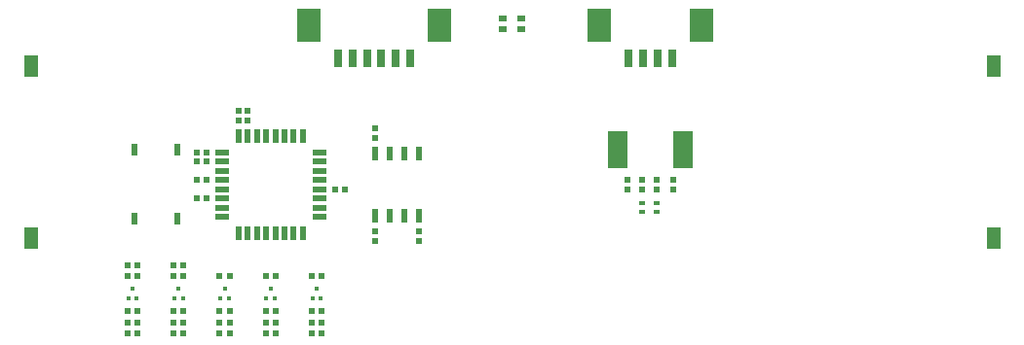
<source format=gtp>
G04*
G04 #@! TF.GenerationSoftware,Altium Limited,Altium Designer,22.1.2 (22)*
G04*
G04 Layer_Color=8421504*
%FSLAX25Y25*%
%MOIN*%
G70*
G04*
G04 #@! TF.SameCoordinates,275DE8A0-DEE6-4034-A094-DBE044462E3A*
G04*
G04*
G04 #@! TF.FilePolarity,Positive*
G04*
G01*
G75*
%ADD14R,0.04724X0.07284*%
%ADD15R,0.02047X0.01850*%
%ADD16R,0.02362X0.04724*%
%ADD17R,0.07047X0.12598*%
%ADD18R,0.02165X0.01181*%
%ADD19R,0.01850X0.02047*%
%ADD20R,0.01575X0.01575*%
%ADD21R,0.01968X0.03937*%
%ADD22R,0.01968X0.04724*%
%ADD23R,0.04724X0.01968*%
%ADD24R,0.07874X0.11811*%
%ADD25R,0.02953X0.05906*%
%ADD26R,0.03150X0.01968*%
D14*
X164567Y-10630D02*
D03*
Y48425D02*
D03*
X-164567Y-10630D02*
D03*
Y48425D02*
D03*
D15*
X-31870Y-11535D02*
D03*
Y-8150D02*
D03*
X-46870Y-11535D02*
D03*
Y-8150D02*
D03*
Y23898D02*
D03*
Y27283D02*
D03*
X-90551Y29803D02*
D03*
Y33189D02*
D03*
X-93701Y29803D02*
D03*
Y33189D02*
D03*
X49500Y6181D02*
D03*
Y9567D02*
D03*
X44500Y6181D02*
D03*
Y9567D02*
D03*
X55000Y6181D02*
D03*
Y9567D02*
D03*
X39500D02*
D03*
Y6181D02*
D03*
D16*
X-31870Y-2756D02*
D03*
X-36870D02*
D03*
X-46870D02*
D03*
X-41870D02*
D03*
X-31870Y18504D02*
D03*
X-36870D02*
D03*
X-46870D02*
D03*
X-41870D02*
D03*
D17*
X58268Y19685D02*
D03*
X36220D02*
D03*
D18*
X44500Y1378D02*
D03*
Y-1378D02*
D03*
X49500Y1378D02*
D03*
Y-1378D02*
D03*
D19*
X-128228Y-19685D02*
D03*
X-131614D02*
D03*
Y-23622D02*
D03*
X-128228D02*
D03*
X-131614Y-35433D02*
D03*
X-128228D02*
D03*
X-131614Y-39370D02*
D03*
X-128228D02*
D03*
X-131614Y-43307D02*
D03*
X-128228D02*
D03*
X-112480Y-19685D02*
D03*
X-115866D02*
D03*
X-115866Y-23622D02*
D03*
X-112480D02*
D03*
X-115866Y-35433D02*
D03*
X-112480D02*
D03*
X-115866Y-39370D02*
D03*
X-112480D02*
D03*
X-112480Y-43307D02*
D03*
X-115866D02*
D03*
X-60748Y6299D02*
D03*
X-57362D02*
D03*
X-104606Y9449D02*
D03*
X-107992D02*
D03*
X-104606Y3150D02*
D03*
X-107992D02*
D03*
X-68622Y-35433D02*
D03*
X-65236D02*
D03*
X-68622Y-39370D02*
D03*
X-65236D02*
D03*
Y-43307D02*
D03*
X-68622D02*
D03*
X-80984D02*
D03*
X-84370D02*
D03*
Y-39370D02*
D03*
X-80984D02*
D03*
X-84370Y-35433D02*
D03*
X-80984D02*
D03*
X-96732Y-43307D02*
D03*
X-100118D02*
D03*
Y-39370D02*
D03*
X-96732D02*
D03*
X-100118Y-35433D02*
D03*
X-96732D02*
D03*
X-80984Y-23622D02*
D03*
X-84370D02*
D03*
X-96732D02*
D03*
X-100118D02*
D03*
X-65236D02*
D03*
X-68622D02*
D03*
X-104606Y15748D02*
D03*
X-107992D02*
D03*
Y18898D02*
D03*
X-104606D02*
D03*
D20*
X-129921Y-27756D02*
D03*
X-128445Y-31299D02*
D03*
X-131398D02*
D03*
X-114173Y-27756D02*
D03*
X-112697Y-31299D02*
D03*
X-115650D02*
D03*
X-66929Y-27756D02*
D03*
X-65453Y-31299D02*
D03*
X-68405D02*
D03*
X-82677Y-27756D02*
D03*
X-81201Y-31299D02*
D03*
X-84153D02*
D03*
X-98425Y-27756D02*
D03*
X-96949Y-31299D02*
D03*
X-99902D02*
D03*
D21*
X-114764Y-3937D02*
D03*
X-129331D02*
D03*
X-114764Y19685D02*
D03*
X-129331D02*
D03*
D22*
X-93701Y24606D02*
D03*
X-90551D02*
D03*
X-87402D02*
D03*
X-84252D02*
D03*
X-81102D02*
D03*
X-77953D02*
D03*
X-74803D02*
D03*
X-71653D02*
D03*
Y-8858D02*
D03*
X-74803D02*
D03*
X-77953D02*
D03*
X-81102D02*
D03*
X-84252D02*
D03*
X-87402D02*
D03*
X-90551D02*
D03*
X-93701D02*
D03*
D23*
X-65945Y18898D02*
D03*
Y15748D02*
D03*
Y12598D02*
D03*
Y9449D02*
D03*
Y6299D02*
D03*
Y3150D02*
D03*
Y0D02*
D03*
Y-3150D02*
D03*
X-99410D02*
D03*
Y0D02*
D03*
Y3150D02*
D03*
Y6299D02*
D03*
Y9449D02*
D03*
Y12598D02*
D03*
Y15748D02*
D03*
Y18898D02*
D03*
D24*
X-24959Y62598D02*
D03*
X-69644D02*
D03*
X29823Y62598D02*
D03*
X64665D02*
D03*
D25*
X-39920Y51181D02*
D03*
X-34998D02*
D03*
X-44841D02*
D03*
X-54684D02*
D03*
X-49762D02*
D03*
X-59605D02*
D03*
X39862Y51181D02*
D03*
X44783D02*
D03*
X54626D02*
D03*
X49705D02*
D03*
D26*
X3150Y64764D02*
D03*
X-3150D02*
D03*
Y61221D02*
D03*
X3150D02*
D03*
M02*

</source>
